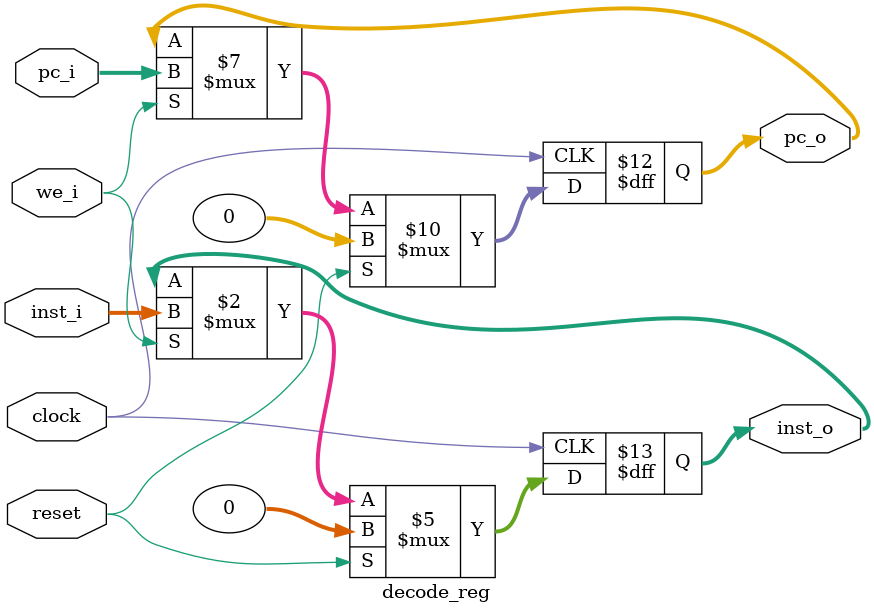
<source format=v>
`include "defines.v"

module decode_reg (
  input clock,
  input reset,

  input we_i,

  input [31:0] pc_i,
  input [31:0] inst_i,

  output reg [31:0] pc_o,
  output reg [31:0] inst_o 
);
    
  always @(posedge clock) begin
    if (reset) begin
      pc_o   <= 0;
      inst_o <= 0;
    end else begin
      if (we_i) begin
        pc_o   <= pc_i;
        inst_o <= inst_i;
      end
    end
  end

endmodule 

</source>
